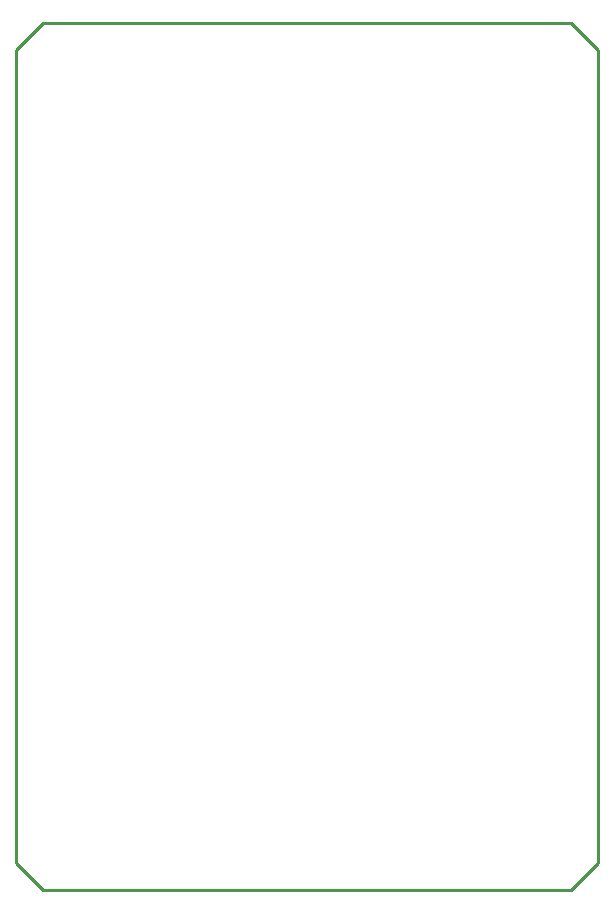
<source format=gko>
G04 Layer_Color=16711935*
%FSAX24Y24*%
%MOIN*%
G70*
G01*
G75*
%ADD52C,0.0100*%
D52*
X063900Y041300D02*
Y068400D01*
X063200Y069100D02*
X063900Y068400D01*
X063000Y069300D02*
X063200Y069100D01*
X045400Y069300D02*
X063000D01*
X044500Y041300D02*
Y068400D01*
X045400Y069300D01*
X044500Y041300D02*
X045400Y040400D01*
X049000D01*
X063000D02*
X063900Y041300D01*
X049000Y040400D02*
X063000D01*
M02*

</source>
